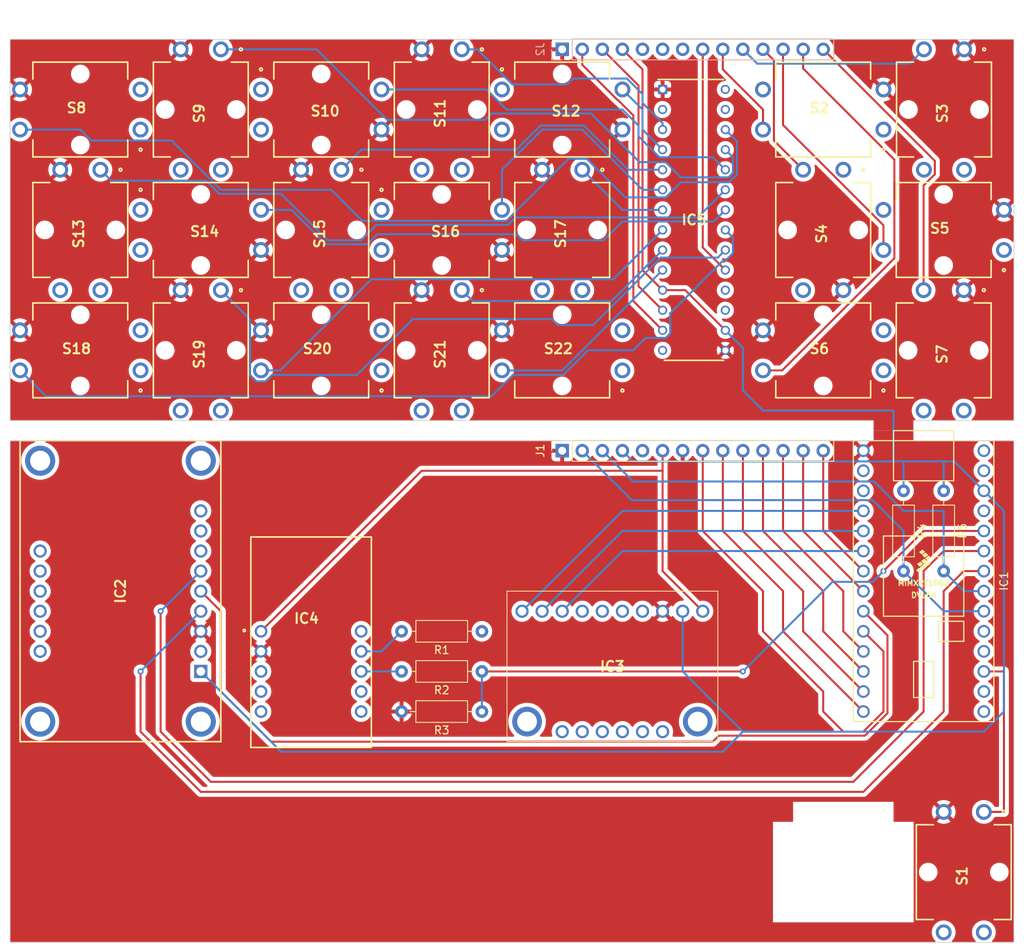
<source format=kicad_pcb>
(kicad_pcb (version 20221018) (generator pcbnew)
  (title_block (title "HapSynth") (date "2023-03-27") (rev "1.0") (comment 3 "Licence: MIT") (comment 4 "Author: Ville Helppolainen"))
  (layers (0 "F.Cu" signal) (31 "B.Cu" signal) (34 "B.Paste" user) (35 "F.Paste" user) (36 "B.SilkS" user "B.Silkscreen") (37 "F.SilkS" user "F.Silkscreen") (38 "B.Mask" user) (39 "F.Mask" user) (44 "Edge.Cuts" user))
  (net 0 "")
  (net 1 "VCC")
  (net 2 "GND")
  (net 5 "+BATT")
  (net 6 "/Sheetname: User Interface/SCL")
  (net 7 "/Sheetname: User Interface/SDA")
  (net 8 "/Sheetname: User Interface/INT")
  (net 12 "/Sheetname: User Interface/BTN1")
  (net 14 "/Sheetname: User Interface/BTN2")
  (net 16 "/Sheetname: User Interface/BTN3")
  (net 19 "/Sheetname: User Interface/BTN4")
  (net 21 "/Sheetname: User Interface/BTN5")
  (net 24 "/Sheetname: User Interface/BTN6")
  (net 56 "Net-(R1-Pad1)")
  (net 58 "/Sheetname: User Interface/NC1")
  (net 59 "/Sheetname: User Interface/NC2")
  (net 60 "/Sheetname: User Interface/NC3")
  (net 66 "Net-(IC1-2_OUT2)")
  (net 67 "Net-(IC1-3_LRCLK2)")
  (net 68 "Net-(IC1-4_BCLK2)")
  (net 69 "Net-(IC1-5_IN2)")
  (net 70 "Net-(IC1-6_OUT1D)")
  (net 71 "Net-(IC1-7_RX2_OUT1A)")
  (net 72 "Net-(IC1-8_TX2_IN1)")
  (net 73 "Net-(IC1-9_OUT1C)")
  (net 74 "Net-(IC1-10_CS_MQSR)")
  (net 75 "Net-(IC1-11_MOSI_CTX1)")
  (net 76 "Net-(IC1-12_MISO_MQSL)")
  (net 78 "Net-(IC1-14_A0_TX3_SPDIF_OUT)")
  (net 79 "Net-(IC1-15_A1_RX3_SPDIF_IN)")
  (net 82 "Net-(IC1-18_A4_SDA0)")
  (net 83 "Net-(IC1-19_A5_SCL0)")
  (net 84 "Net-(IC1-20_A6_TX5_LRCLK1)")
  (net 85 "Net-(IC1-21_A7_RX5_BCLK1)")
  (net 86 "Net-(IC1-22_A8_CTX1)")
  (net 110 "Net-(IC3-MOTORA_1)")
  (net 111 "Net-(IC3-MOTORA_2)")
  (net 119 "Net-(IC4-#1)")
  (net 120 "Net-(IC4-'0)")
  (net 123 "Net-(IC5-GPB0)")
  (net 124 "Net-(IC5-GPB1)")
  (net 125 "Net-(IC5-GPB2)")
  (net 126 "Net-(IC5-GPB3)")
  (net 127 "Net-(IC5-GPB4)")
  (net 128 "Net-(IC5-GPB5)")
  (net 129 "Net-(IC5-GPB6)")
  (net 130 "Net-(IC5-GPB7)")
  (net 134 "Net-(IC5-GPA0)")
  (net 135 "Net-(IC5-GPA1)")
  (net 136 "Net-(IC5-GPA2)")
  (net 137 "Net-(IC5-GPA3)")
  (net 138 "Net-(IC5-GPA4)")
  (net 139 "Net-(IC5-GPA5)")
  (net 140 "Net-(IC5-GPA6)")
  (footprint "Connector_PinSocket_2.54mm:PinSocket_1x14_P2.54mm_Vertical" (layer "F.Cu") (at 85.09 67.31 90)
    (fp_text reference "J1")
    (fp_text value "Conn_01x14_Socket")
  )
  (footprint "SamacSys_Parts:B3F-4055-bent" (layer "F.Cu") (at 69.85 24.13 90)
    (fp_text reference "S11")
    (fp_text value "B3F-4055" hide)
  )
  (footprint "SamacSys_Parts:B3F-4055-bent" (layer "F.Cu") (at 133.39 24.13 90)
    (fp_text reference "S3")
    (fp_text value "B3F-4055" hide)
  )
  (footprint "SamacSys_Parts:B3F-4055-bent" (layer "F.Cu") (at 135.89 120.65 90)
    (fp_text reference "S1")
    (fp_text value "B3F-4055" hide)
  )
  (footprint "SamacSys_Parts:B3F-4055-bent" (layer "F.Cu") (at 133.35 54.61 90)
    (fp_text reference "S7")
    (fp_text value "B3F-4055" hide)
  )
  (footprint "SamacSys_Parts:B3F-4055-bent" (layer "F.Cu") (at 54.61 39.37 90)
    (fp_text reference "S15")
    (fp_text value "B3F-4055" hide)
  )
  (footprint "SamacSys_Parts:B3F-4055-bent" (layer "F.Cu") (at 39.37 24.13 90)
    (fp_text reference "S9")
    (fp_text value "B3F-4055" hide)
  )
  (footprint "Resistor_THT:R_Axial_DIN0207_L6.3mm_D2.5mm_P10.16mm_Horizontal" (layer "F.Cu") (at 133.35 72.39 -90)
    (fp_text reference "R5")
    (fp_text value "1K")
  )
  (footprint "Resistor_THT:R_Axial_DIN0207_L6.3mm_D2.5mm_P10.16mm_Horizontal" (layer "F.Cu") (at 128.27 72.39 -90)
    (fp_text reference "R4")
    (fp_text value "1K")
  )
  (footprint "SamacSys_Parts:B3F-4055-bent" (layer "F.Cu") (at 85.09 24.13 180)
    (fp_text reference "S12")
    (fp_text value "B3F-4055" hide)
  )
  (footprint "SamacSys_Parts:1501" (layer "F.Cu") (at 53.325 78.23)
    (fp_text reference "IC4")
    (fp_text value "1501" hide)
  )
  (footprint "SamacSys_Parts:B3F-4055-bent" (layer "F.Cu") (at 54.61 24.13 180)
    (fp_text reference "S10")
    (fp_text value "B3F-4055" hide)
  )
  (footprint "Resistor_THT:R_Axial_DIN0207_L6.3mm_D2.5mm_P10.16mm_Horizontal" (layer "F.Cu") (at 74.93 90.17 180)
    (fp_text reference "R1")
    (fp_text value "1M")
  )
  (footprint "SamacSys_Parts:B3F-4055-bent" (layer "F.Cu") (at 85.09 54.61)
    (fp_text reference "S22")
    (fp_text value "B3F-4055" hide)
  )
  (footprint "SamacSys_Parts:B3F-4055-bent" (layer "F.Cu") (at 85.09 39.37 90)
    (fp_text reference "S17")
    (fp_text value "B3F-4055" hide)
  )
  (footprint "SamacSys_Parts:B3F-4055-bent" (layer "F.Cu") (at 39.37 39.37 180)
    (fp_text reference "S14")
    (fp_text value "B3F-4055" hide)
  )
  (footprint "SamacSys_Parts:3678" (layer "F.Cu") (at 39.37 95.25 90)
    (fp_text reference "IC2")
    (fp_text value "3678" hide)
  )
  (footprint "SamacSys_Parts:B3F-4055-bent" (layer "F.Cu") (at 133.35 39.37)
    (fp_text reference "S5")
    (fp_text value "B3F-4055" hide)
  )
  (footprint "Resistor_THT:R_Axial_DIN0207_L6.3mm_D2.5mm_P10.16mm_Horizontal" (layer "F.Cu") (at 74.93 100.33 180)
    (fp_text reference "R3")
    (fp_text value "1.5K")
  )
  (footprint "SamacSys_Parts:B3F-4055-bent" (layer "F.Cu") (at 118.11 24.13)
    (fp_text reference "S2")
    (fp_text value "B3F-4055" hide)
  )
  (footprint "SamacSys_Parts:B3F-4055-bent" (layer "F.Cu") (at 24.13 24.13)
    (fp_text reference "S8")
    (fp_text value "B3F-4055" hide)
  )
  (footprint "SamacSys_Parts:B3F-4055-bent" (layer "F.Cu") (at 118.11 39.37 90)
    (fp_text reference "S4")
    (fp_text value "B3F-4055" hide)
  )
  (footprint "Resistor_THT:R_Axial_DIN0207_L6.3mm_D2.5mm_P10.16mm_Horizontal" (layer "F.Cu") (at 74.93 95.25 180)
    (fp_text reference "R2")
    (fp_text value "1K")
  )
  (footprint "teensy:Teensy40-simple" (layer "F.Cu") (at 130.81 83.82 -90)
    (fp_text reference "IC1")
    (fp_text value "4323")
  )
  (footprint "SamacSys_Parts:B3F-4055-bent" (layer "F.Cu") (at 69.85 54.61 90)
    (fp_text reference "S21")
    (fp_text value "B3F-4055" hide)
  )
  (footprint "SamacSys_Parts:2448" (layer "F.Cu") (at 102.87 87.63 180)
    (fp_text reference "IC3")
    (fp_text value "2448" hide)
  )
  (footprint "SamacSys_Parts:B3F-4055-bent" (layer "F.Cu") (at 24.13 54.61)
    (fp_text reference "S18")
    (fp_text value "B3F-4055" hide)
  )
  (footprint "SamacSys_Parts:DIP794W56P254L3486H508Q28N" (layer "F.Cu") (at 101.759 38.1)
    (fp_text reference "IC5")
    (fp_text value "MCP23018-E_SP" hide)
  )
  (footprint "SamacSys_Parts:B3F-4055-bent" (layer "F.Cu") (at 24.13 39.37 90)
    (fp_text reference "S13")
    (fp_text value "B3F-4055" hide)
  )
  (footprint "SamacSys_Parts:B3F-4055-bent" (layer "F.Cu") (at 118.11 54.61)
    (fp_text reference "S6")
    (fp_text value "B3F-4055" hide)
  )
  (footprint "SamacSys_Parts:B3F-4055-bent" (layer "F.Cu") (at 39.37 54.61 90)
    (fp_text reference "S19")
    (fp_text value "B3F-4055" hide)
  )
  (footprint "SamacSys_Parts:B3F-4055-bent" (layer "F.Cu") (at 69.85 39.37 180)
    (fp_text reference "S16")
    (fp_text value "B3F-4055" hide)
  )
  (footprint "SamacSys_Parts:B3F-4055-bent" (layer "F.Cu") (at 54.61 54.61)
    (fp_text reference "S20")
    (fp_text value "B3F-4055" hide)
  )
  (footprint "Connector_PinSocket_2.54mm:PinSocket_1x14_P2.54mm_Vertical" (layer "B.Cu") (at 85.09 16.51 -90)
    (fp_text reference "J2")
    (fp_text value "Conn_01x14_Pin")
  )
  (gr_line (start 127 114.3) (end 129.54 114.3) (stroke (width 0.0254)) (layer "Edge.Cuts"))
  (gr_line (start 114.3 111.76) (end 127 111.76) (stroke (width 0.0254)) (layer "Edge.Cuts"))
  (gr_line (start 111.76 127) (end 111.76 114.3) (stroke (width 0.0254)) (layer "Edge.Cuts"))
  (gr_line (start 129.54 114.3) (end 129.54 127) (stroke (width 0.0254)) (layer "Edge.Cuts"))
  (gr_poly (pts (xy 124.46 63.5) (xy 15.24 63.5) (xy 15.24 15.24) (xy 142.24 15.24) (xy 142.24 63.5) (xy 129.54 63.5) (xy 129.54 66.04) (xy 142.24 66.04) (xy 142.24 129.54) (xy 15.24 129.54) (xy 15.24 66.04) (xy 124.46 66.04)) (stroke (width 0.1)) (fill none) (layer "Edge.Cuts"))
  (gr_line (start 114.3 114.3) (end 114.3 111.76) (stroke (width 0.0254)) (layer "Edge.Cuts"))
  (gr_line (start 127 111.76) (end 127 114.3) (stroke (width 0.0254)) (layer "Edge.Cuts"))
  (gr_line (start 111.76 114.3) (end 114.3 114.3) (stroke (width 0.0254)) (layer "Edge.Cuts"))
  (gr_line (start 129.54 127) (end 111.76 127) (stroke (width 0.0254)) (layer "Edge.Cuts"))
  (segment (start 95.25 44.45) (end 95.25 19.05) (width 0.254) (layer "F.Cu") (net 1))
  (segment (start 95.25 19.05) (end 92.71 16.51) (width 0.254) (layer "F.Cu") (net 1))
  (segment (start 97.79 46.99) (end 100.648 46.99) (width 0.254) (layer "F.Cu") (net 1))
  (segment (start 97.79 46.99) (end 95.25 44.45) (width 0.254) (layer "F.Cu") (net 1))
  (segment (start 100.648 46.99) (end 105.728 52.07) (width 0.254) (layer "F.Cu") (net 1))
  (segment (start 133.35 72.39) (end 133.35 68.669) (width 0.254) (layer "B.Cu") (net 1))
  (segment (start 39.37 95.25) (end 49.53 105.41) (width 0.254) (layer "B.Cu") (net 1))
  (segment (start 105.41 105.41) (end 107.95 102.87) (width 0.254) (layer "B.Cu") (net 1))
  (segment (start 127 68.669) (end 128.27 68.669) (width 0.254) (layer "B.Cu") (net 1))
  (segment (start 128.27 72.39) (end 128.27 68.669) (width 0.254) (layer "B.Cu") (net 1))
  (segment (start 92.71 67.31) (end 94.069 68.669) (width 0.254) (layer "B.Cu") (net 1))
  (segment (start 127 62.23) (end 110.49 62.23) (width 0.254) (layer "B.Cu") (net 1))
  (segment (start 128.27 68.669) (end 133.35 68.669) (width 0.254) (layer "B.Cu") (net 1))
  (segment (start 138.43 72.39) (end 140.97 74.93) (width 0.254) (layer "B.Cu") (net 1))
  (segment (start 107.95 102.87) (end 100.33 95.25) (width 0.254) (layer "B.Cu") (net 1))
  (segment (start 133.35 68.669) (end 134.709 68.669) (width 0.254) (layer "B.Cu") (net 1))
  (segment (start 110.49 62.23) (end 107.95 59.69) (width 0.254) (layer "B.Cu") (net 1))
  (segment (start 94.069 68.669) (end 127 68.669) (width 0.254) (layer "B.Cu") (net 1))
  (segment (start 140.97 100.33) (end 138.43 102.87) (width 0.254) (layer "B.Cu") (net 1))
  (segment (start 107.95 54.292) (end 105.728 52.07) (width 0.254) (layer "B.Cu") (net 1))
  (segment (start 49.53 105.41) (end 105.41 105.41) (width 0.254) (layer "B.Cu") (net 1))
  (segment (start 140.97 74.93) (end 140.97 100.33) (width 0.254) (layer "B.Cu") (net 1))
  (segment (start 107.95 59.69) (end 107.95 54.292) (width 0.254) (layer "B.Cu") (net 1))
  (segment (start 127 68.669) (end 127 62.23) (width 0.254) (layer "B.Cu") (net 1))
  (segment (start 134.709 68.669) (end 138.43 72.39) (width 0.254) (layer "B.Cu") (net 1))
  (segment (start 100.33 95.25) (end 100.33 87.63) (width 0.254) (layer "B.Cu") (net 1))
  (segment (start 138.43 102.87) (end 107.95 102.87) (width 0.254) (layer "B.Cu") (net 1))
  (segment (start 100.33 67.31) (end 100.33 69.85) (width 0.254) (layer "F.Cu") (net 2))
  (segment (start 67.31 69.85) (end 46.99 90.17) (width 0.254) (layer "F.Cu") (net 5))
  (segment (start 97.79 82.55) (end 97.79 69.85) (width 0.254) (layer "F.Cu") (net 5))
  (segment (start 97.79 69.85) (end 67.31 69.85) (width 0.254) (layer "F.Cu") (net 5))
  (segment (start 97.79 69.85) (end 97.79 67.31) (width 0.254) (layer "F.Cu") (net 5))
  (segment (start 102.87 87.63) (end 97.79 82.55) (width 0.254) (layer "F.Cu") (net 5))
  (segment (start 94.742 46.482) (end 94.742 21.082) (width 0.254) (layer "F.Cu") (net 6))
  (segment (start 94.742 21.082) (end 90.17 16.51) (width 0.254) (layer "F.Cu") (net 6))
  (segment (start 97.79 49.53) (end 94.742 46.482) (width 0.254) (layer "F.Cu") (net 6))
  (segment (start 92.186 22.971) (end 92.137971 22.971) (width 0.254) (layer "F.Cu") (net 7))
  (segment (start 94.091 24.876) (end 92.186 22.971) (width 0.254) (layer "F.Cu") (net 7))
  (segment (start 92.137971 22.971) (end 87.63 18.463029) (width 0.254) (layer "F.Cu") (net 7))
  (segment (start 87.63 18.463029) (end 87.63 16.51) (width 0.254) (layer "F.Cu") (net 7))
  (segment (start 97.79 52.07) (end 94.091 48.371) (width 0.254) (layer "F.Cu") (net 7))
  (segment (start 94.091 48.371) (end 94.091 24.876) (width 0.254) (layer "F.Cu") (net 7))
  (segment (start 102.87 41.592) (end 105.728 44.45) (width 0.254) (layer "F.Cu") (net 8))
  (segment (start 102.87 16.51) (end 102.87 41.592) (width 0.254) (layer "F.Cu") (net 8))
  (segment (start 105.41 19.05) (end 105.41 16.51) (width 0.254) (layer "F.Cu") (net 12))
  (segment (start 110.49 24.13) (end 105.41 19.05) (width 0.254) (layer "F.Cu") (net 12))
  (segment (start 110.49 26.67) (end 110.49 24.13) (width 0.254) (layer "F.Cu") (net 12))
  (segment (start 107.95 16.51) (end 109.764 18.324) (width 0.254) (layer "B.Cu") (net 14))
  (segment (start 109.764 18.324) (end 129.036 18.324) (width 0.254) (layer "B.Cu") (net 14))
  (segment (start 129.036 18.324) (end 130.85 16.51) (width 0.254) (layer "B.Cu") (net 14))
  (segment (start 110.49 16.51) (end 111.871 17.891) (width 0.254) (layer "F.Cu") (net 16))
  (segment (start 111.871 17.891) (end 111.871 28.051) (width 0.254) (layer "F.Cu") (net 16))
  (segment (start 111.871 28.051) (end 115.57 31.75) (width 0.254) (layer "F.Cu") (net 16))
  (segment (start 125.73 38.783029) (end 125.73 41.91) (width 0.254) (layer "F.Cu") (net 19))
  (segment (start 113.03 16.51) (end 113.03 26.083029) (width 0.254) (layer "F.Cu") (net 19))
  (segment (start 113.03 26.083029) (end 125.73 38.783029) (width 0.254) (layer "F.Cu") (net 19))
  (segment (start 127.111 42.955963) (end 112.916963 57.15) (width 0.254) (layer "F.Cu") (net 21))
  (segment (start 127.111 30.477963) (end 127.111 42.955963) (width 0.254) (layer "F.Cu") (net 21))
  (segment (start 112.916963 57.15) (end 110.49 57.15) (width 0.254) (layer "F.Cu") (net 21))
  (segment (start 115.57 16.51) (end 115.57 18.936963) (width 0.254) (layer "F.Cu") (net 21))
  (segment (start 115.57 18.936963) (end 127.111 30.477963) (width 0.254) (layer "F.Cu") (net 21))
  (segment (start 132.231 30.631) (end 132.231 32.322029) (width 0.254) (layer "F.Cu") (net 24))
  (segment (start 132.231 32.322029) (end 130.81 33.743029) (width 0.254) (layer "F.Cu") (net 24))
  (segment (start 130.81 33.743029) (end 130.81 46.99) (width 0.254) (layer "F.Cu") (net 24))
  (segment (start 118.11 16.51) (end 132.231 30.631) (width 0.254) (layer "F.Cu") (net 24))
  (segment (start 80.01 87.63) (end 92.71 74.93) (width 0.254) (layer "B.Cu") (net 66))
  (segment (start 92.71 74.93) (end 123.19 74.93) (width 0.254) (layer "B.Cu") (net 66))
  (segment (start 92.71 77.47) (end 82.55 87.63) (width 0.254) (layer "B.Cu") (net 67))
  (segment (start 123.19 77.47) (end 92.71 77.47) (width 0.254) (layer "B.Cu") (net 67))
  (segment (start 85.09 87.63) (end 92.71 80.01) (width 0.254) (layer "B.Cu") (net 68))
  (segment (start 92.71 80.01) (end 123.19 80.01) (width 0.254) (layer "B.Cu") (net 68))
  (segment (start 118.11 77.47) (end 123.19 82.55) (width 0.254) (layer "F.Cu") (net 69))
  (segment (start 118.11 67.31) (end 118.11 77.47) (width 0.254) (layer "F.Cu") (net 69))
  (segment (start 123.19 85.09) (end 115.57 77.47) (width 0.254) (layer "F.Cu") (net 70))
  (segment (start 115.57 77.47) (end 115.57 67.31) (width 0.254) (layer "F.Cu") (net 70))
  (segment (start 126.237999 90.677999) (end 126.237999 100.540421) (width 0.254) (layer "F.Cu") (net 71))
  (segment (start 126.237999 100.540421) (end 123.40042 103.378) (width 0.254) (layer "F.Cu") (net 71))
  (segment (start 123.19 87.63) (end 126.237999 90.677999) (width 0.254) (layer "F.Cu") (net 71))
  (segment (start 41.91 87.63) (end 39.37 85.09) (width 0.254) (layer "F.Cu") (net 71))
  (segment (start 41.91 97.79) (end 41.91 87.63) (width 0.254) (layer "F.Cu") (net 71))
  (segment (start 123.40042 103.378) (end 104.902001 103.377999) (width 0.254) (layer "F.Cu") (net 71))
  (segment (start 104.14 104.14) (end 48.26 104.14) (width 0.254) (layer "F.Cu") (net 71))
  (segment (start 48.26 104.14) (end 41.91 97.79) (width 0.254) (layer "F.Cu") (net 71))
  (segment (start 104.902001 103.377999) (end 104.14 104.14) (width 0.254) (layer "F.Cu") (net 71))
  (segment (start 110.49 85.09) (end 102.87 77.47) (width 0.254) (layer "F.Cu") (net 72))
  (segment (start 123.19 102.87) (end 120.65 102.87) (width 0.254) (layer "F.Cu") (net 72))
  (segment (start 110.49 90.17) (end 110.49 85.09) (width 0.254) (layer "F.Cu") (net 72))
  (segment (start 125.73 92.71) (end 125.73 100.33) (width 0.254) (layer "F.Cu") (net 72))
  (segment (start 118.11 100.33) (end 118.11 97.79) (width 0.254) (layer "F.Cu") (net 72))
  (segment (start 120.65 102.87) (end 118.11 100.33) (width 0.254) (layer "F.Cu") (net 72))
  (segment (start 125.73 100.33) (end 123.19 102.87) (width 0.254) (layer "F.Cu") (net 72))
  (segment (start 123.19 90.17) (end 125.73 92.71) (width 0.254) (layer "F.Cu") (net 72))
  (segment (start 118.11 97.79) (end 110.49 90.17) (width 0.254) (layer "F.Cu") (net 72))
  (segment (start 102.87 77.47) (end 102.87 67.31) (width 0.254) (layer "F.Cu") (net 72))
  (segment (start 123.19 92.71) (end 120.65 90.17) (width 0.254) (layer "F.Cu") (net 73))
  (segment (start 113.03 77.47) (end 113.03 67.31) (width 0.254) (layer "F.Cu") (net 73))
  (segment (start 120.65 85.09) (end 113.03 77.47) (width 0.254) (layer "F.Cu") (net 73))
  (segment (start 120.65 90.17) (end 120.65 85.09) (width 0.254) (layer "F.Cu") (net 73))
  (segment (start 118.11 90.17) (end 118.11 85.09) (width 0.254) (layer "F.Cu") (net 74))
  (segment (start 123.19 95.25) (end 118.11 90.17) (width 0.254) (layer "F.Cu") (net 74))
  (segment (start 110.49 77.47) (end 110.49 67.31) (width 0.254) (layer "F.Cu") (net 74))
  (segment (start 118.11 85.09) (end 110.49 77.47) (width 0.254) (layer "F.Cu") (net 74))
  (segment (start 107.95 77.47) (end 107.95 67.31) (width 0.254) (layer "F.Cu") (net 75))
  (segment (start 115.57 85.09) (end 107.95 77.47) (width 0.254) (layer "F.Cu") (net 75))
  (segment (start 115.57 90.17) (end 115.57 85.09) (width 0.254) (layer "F.Cu") (net 75))
  (segment (start 123.19 97.79) (end 115.57 90.17) (width 0.254) (layer "F.Cu") (net 75))
  (segment (start 113.03 85.09) (end 105.41 77.47) (width 0.254) (layer "F.Cu") (net 76))
  (segment (start 123.19 100.33) (end 113.03 90.17) (width 0.254) (layer "F.Cu") (net 76))
  (segment (start 105.41 77.47) (end 105.41 67.31) (width 0.254) (layer "F.Cu") (net 76))
  (segment (start 113.03 90.17) (end 113.03 85.09) (width 0.254) (layer "F.Cu") (net 76))
  (segment (start 138.43 113.03) (end 140.97 113.03) (width 0.254) (layer "F.Cu") (net 79))
  (segment (start 140.97 95.25) (end 138.43 95.25) (width 0.254) (layer "F.Cu") (net 79))
  (segment (start 140.97 113.03) (end 140.97 95.25) (width 0.254) (layer "F.Cu") (net 79))
  (segment (start 128.27 77.47) (end 128.27 82.55) (width 0.254) (layer "B.Cu") (net 82))
  (segment (start 87.63 67.31) (end 93.891 73.571) (width 0.254) (layer "B.Cu") (net 82))
  (segment (start 93.891 73.571) (end 124.371 73.571) (width 0.254) (layer "B.Cu") (net 82))
  (segment (start 138.43 87.63) (end 133.35 87.63) (width 0.254) (layer "B.Cu") (net 82))
  (segment (start 124.371 73.571) (end 128.27 77.47) (width 0.254) (layer "B.Cu") (net 82))
  (segment (start 133.35 87.63) (end 128.27 82.55) (width 0.254) (layer "B.Cu") (net 82))
  (segment (start 128.27 74.93) (end 133.35 74.93) (width 0.254) (layer "B.Cu") (net 83))
  (segment (start 90.17 67.31) (end 94.069 71.209) (width 0.254) (layer "B.Cu") (net 83))
  (segment (start 124.549 71.209) (end 128.27 74.93) (width 0.254) (layer "B.Cu") (net 83))
  (segment (start 135.89 85.09) (end 133.35 82.55) (width 0.254) (layer "B.Cu") (net 83))
  (segment (start 133.35 74.93) (end 133.35 82.55) (width 0.254) (layer "B.Cu") (net 83))
  (segment (start 94.069 71.209) (end 124.549 71.209) (width 0.254) (layer "B.Cu") (net 83))
  (segment (start 138.43 85.09) (end 135.89 85.09) (width 0.254) (layer "B.Cu") (net 83))
  (segment (start 123.19 110.49) (end 133.35 100.33) (width 0.254) (layer "F.Cu") (net 84))
  (segment (start 135.89 82.55) (end 138.43 82.55) (width 0.254) (layer "F.Cu") (net 84))
  (segment (start 133.35 100.33) (end 133.35 85.09) (width 0.254) (layer "F.Cu") (net 84))
  (segment (start 31.75 95.25) (end 31.75 102.87) (width 0.254) (layer "F.Cu") (net 84))
  (segment (start 133.35 85.09) (end 135.89 82.55) (width 0.254) (layer "F.Cu") (net 84))
  (segment (start 39.37 110.49) (end 123.19 110.49) (width 0.254) (layer "F.Cu") (net 84))
  (segment (start 31.75 102.87) (end 39.37 110.49) (width 0.254) (layer "F.Cu") (net 84))
  (via (at 31.75 95.25) (size 0.762) (drill 0.381) (layers "F.Cu" "B.Cu") (net 84))
  (segment (start 39.37 87.63) (end 31.75 95.25) (width 0.254) (layer "B.Cu") (net 84))
  (segment (start 133.35 80.01) (end 138.43 80.01) (width 0.254) (layer "F.Cu") (net 85))
  (segment (start 121.92 109.22) (end 130.81 100.33) (width 0.254) (layer "F.Cu") (net 85))
  (segment (start 130.81 82.55) (end 133.35 80.01) (width 0.254) (layer "F.Cu") (net 85))
  (segment (start 34.29 87.63) (end 34.29 102.87) (width 0.254) (layer "F.Cu") (net 85))
  (segment (start 130.81 100.33) (end 130.81 82.55) (width 0.254) (layer "F.Cu") (net 85))
  (segment (start 40.64 109.22) (end 121.92 109.22) (width 0.254) (layer "F.Cu") (net 85))
  (segment (start 34.29 102.87) (end 40.64 109.22) (width 0.254) (layer "F.Cu") (net 85))
  (via (at 34.29 87.63) (size 0.762) (drill 0.381) (layers "F.Cu" "B.Cu") (net 85))
  (segment (start 34.29 87.63) (end 39.37 82.55) (width 0.254) (layer "B.Cu") (net 85))
  (segment (start 74.93 95.25) (end 107.95 95.25) (width 0.254) (layer "F.Cu") (net 86))
  (segment (start 125.73 82.55) (end 130.81 77.47) (width 0.254) (layer "F.Cu") (net 86))
  (segment (start 130.81 77.47) (end 138.43 77.47) (width 0.254) (layer "F.Cu") (net 86))
  (via (at 107.95 95.25) (size 0.762) (drill 0.381) (layers "F.Cu" "B.Cu") (net 86))
  (via (at 125.73 82.55) (size 0.762) (drill 0.381) (layers "F.Cu" "B.Cu") (net 86))
  (segment (start 124.371 83.909) (end 119.291 83.909) (width 0.254) (layer "B.Cu") (net 86))
  (segment (start 119.291 83.909) (end 107.95 95.25) (width 0.254) (layer "B.Cu") (net 86))
  (segment (start 125.73 82.55) (end 124.371 83.909) (width 0.254) (layer "B.Cu") (net 86))
  (segment (start 74.93 95.25) (end 74.93 100.33) (width 0.254) (layer "B.Cu") (net 86))
  (segment (start 59.66 95.25) (end 64.77 95.25) (width 0.254) (layer "B.Cu") (net 119))
  (segment (start 62.23 92.71) (end 64.77 90.17) (width 0.254) (layer "B.Cu") (net 120))
  (segment (start 59.66 92.71) (end 62.23 92.71) (width 0.254) (layer "B.Cu") (net 120))
  (segment (start 85.744 20.936) (end 78.769029 20.936) (width 0.254) (layer "B.Cu") (net 123))
  (segment (start 97.79 26.67) (end 97.79 25.850464) (width 0.254) (layer "B.Cu") (net 123))
  (segment (start 86.471 20.209) (end 85.744 20.936) (width 0.254) (layer "B.Cu") (net 123))
  (segment (start 95.25 22.176971) (end 93.282029 20.209) (width 0.254) (layer "B.Cu") (net 123))
  (segment (start 74.343029 16.51) (end 72.39 16.51) (width 0.254) (layer "B.Cu") (net 123))
  (segment (start 93.282029 20.209) (end 86.471 20.209) (width 0.254) (layer "B.Cu") (net 123))
  (segment (start 78.769029 20.936) (end 74.343029 16.51) (width 0.254) (layer "B.Cu") (net 123))
  (segment (start 95.25 23.310464) (end 95.25 22.176971) (width 0.254) (layer "B.Cu") (net 123))
  (segment (start 97.79 25.850464) (end 95.25 23.310464) (width 0.254) (layer "B.Cu") (net 123))
  (segment (start 95.25 24.13) (end 95.25 26.67) (width 0.254) (layer "B.Cu") (net 124))
  (segment (start 92.71 21.59) (end 95.25 24.13) (width 0.254) (layer "B.Cu") (net 124))
  (segment (start 95.25 26.67) (end 97.79 29.21) (width 0.254) (layer "B.Cu") (net 124))
  (segment (start 97.79 31.75) (end 93.42842 31.75) (width 0.254) (layer "B.Cu") (net 125))
  (segment (start 79.29158 29.21) (end 59.69 29.21) (width 0.254) (layer "B.Cu") (net 125))
  (segment (start 93.42842 31.75) (end 87.84042 26.162) (width 0.254) (layer "B.Cu") (net 125))
  (segment (start 82.339579 26.162001) (end 79.29158 29.21) (width 0.254) (layer "B.Cu") (net 125))
  (segment (start 87.84042 26.162) (end 82.339579 26.162001) (width 0.254) (layer "B.Cu") (net 125))
  (segment (start 59.69 29.21) (end 57.15 31.75) (width 0.254) (layer "B.Cu") (net 125))
  (segment (start 77.47 31.75) (end 77.47 36.83) (width 0.254) (layer "B.Cu") (net 126))
  (segment (start 82.55 26.67) (end 77.47 31.75) (width 0.254) (layer "B.Cu") (net 126))
  (segment (start 87.63 26.67) (end 82.55 26.67) (width 0.254) (layer "B.Cu") (net 126))
  (segment (start 95.25 34.29) (end 87.63 26.67) (width 0.254) (layer "B.Cu") (net 126))
  (segment (start 97.79 34.29) (end 95.25 34.29) (width 0.254) (layer "B.Cu") (net 126))
  (segment (start 92.71 36.83) (end 87.63 31.75) (width 0.254) (layer "B.Cu") (net 127))
  (segment (start 97.79 36.83) (end 92.71 36.83) (width 0.254) (layer "B.Cu") (net 127))
  (segment (start 97.79 39.37) (end 91.551 45.609) (width 0.254) (layer "B.Cu") (net 128))
  (segment (start 49.416963 57.15) (end 46.99 57.15) (width 0.254) (layer "B.Cu") (net 128))
  (segment (start 91.551 45.609) (end 60.957963 45.609) (width 0.254) (layer "B.Cu") (net 128))
  (segment (start 60.957963 45.609) (end 49.416963 57.15) (width 0.254) (layer "B.Cu") (net 128))
  (segment (start 97.79 41.91) (end 91.329 48.371) (width 0.254) (layer "B.Cu") (net 129))
  (segment (start 91.329 48.371) (end 73.771 48.371) (width 0.254) (layer "B.Cu") (net 129))
  (segment (start 73.771 48.371) (end 72.39 46.99) (width 0.254) (layer "B.Cu") (net 129))
  (segment (start 97.79 44.45) (end 85.09 57.15) (width 0.254) (layer "B.Cu") (net 130))
  (segment (start 85.09 57.15) (end 77.47 57.15) (width 0.254) (layer "B.Cu") (net 130))
  (segment (start 46.417971 58.531) (end 45.609 57.722029) (width 0.254) (layer "B.Cu") (net 134))
  (segment (start 105.728 41.91) (end 104.7675 42.8705) (width 0.254) (layer "B.Cu") (net 134))
  (segment (start 83.784 50.650963) (end 66.189037 50.650963) (width 0.254) (layer "B.Cu") (net 134))
  (segment (start 89.00242 51.416) (end 84.549037 51.416) (width 0.254) (layer "B.Cu") (net 134))
  (segment (start 66.189037 50.650963) (end 59.117971 57.722029) (width 0.254) (layer "B.Cu") (net 134))
  (segment (start 48.371 57.722029) (end 47.562029 58.531) (width 0.254) (layer "B.Cu") (net 134))
  (segment (start 104.7675 42.8705) (end 97.54792 42.8705) (width 0.254) (layer "B.Cu") (net 134))
  (segment (start 97.54792 42.8705) (end 89.00242 51.416) (width 0.254) (layer "B.Cu") (net 134))
  (segment (start 84.549037 51.416) (end 83.784 50.650963) (width 0.254) (layer "B.Cu") (net 134))
  (segment (start 45.609 57.722029) (end 45.609 50.689) (width 0.254) (layer "B.Cu") (net 134))
  (segment (start 59.117971 57.722029) (end 48.371 57.722029) (width 0.254) (layer "B.Cu") (net 134))
  (segment (start 45.609 50.689) (end 41.91 46.99) (width 0.254) (layer "B.Cu") (net 134))
  (segment (start 47.562029 58.531) (end 46.417971 58.531) (width 0.254) (layer "B.Cu") (net 134))
  (segment (start 98.7505 52.467853) (end 98.187853 53.0305) (width 0.254) (layer "B.Cu") (net 135))
  (segment (start 105.299853 43.3785) (end 98.7505 49.927853) (width 0.254) (layer "B.Cu") (net 135))
  (segment (start 19.776 60.416) (end 16.51 57.15) (width 0.254) (layer "B.Cu") (net 135))
  (segment (start 106.6885 40.3305) (end 106.6885 42.307853) (width 0.254) (layer "B.Cu") (net 135))
  (segment (start 98.7505 49.927853) (end 98.7505 52.467853) (width 0.254) (layer "B.Cu") (net 135))
  (segment (start 95.647853 53.0305) (end 94.068353 54.61) (width 0.254) (layer "B.Cu") (net 135))
  (segment (start 76.157029 60.416) (end 19.776 60.416) (width 0.254) (layer "B.Cu") (net 135))
  (segment (start 105.617853 43.3785) (end 105.299853 43.3785) (width 0.254) (layer "B.Cu") (net 135))
  (segment (start 78.851 57.722029) (end 76.157029 60.416) (width 0.254) (layer "B.Cu") (net 135))
  (segment (start 105.728 39.37) (end 106.6885 40.3305) (width 0.254) (layer "B.Cu") (net 135))
  (segment (start 88.34842 54.61) (end 85.236391 57.722029) (width 0.254) (layer "B.Cu") (net 135))
  (segment (start 106.6885 42.307853) (end 105.617853 43.3785) (width 0.254) (layer "B.Cu") (net 135))
  (segment (start 98.187853 53.0305) (end 95.647853 53.0305) (width 0.254) (layer "B.Cu") (net 135))
  (segment (start 85.236391 57.722029) (end 78.851 57.722029) (width 0.254) (layer "B.Cu") (net 135))
  (segment (start 94.068353 54.61) (end 88.34842 54.61) (width 0.254) (layer "B.Cu") (net 135))
  (segment (start 50.843579 36.83) (end 55.197579 41.184) (width 0.254) (layer "B.Cu") (net 136))
  (segment (start 46.99 36.83) (end 50.843579 36.83) (width 0.254) (layer "B.Cu") (net 136))
  (segment (start 55.197579 41.184) (end 60.416 41.184) (width 0.254) (layer "B.Cu") (net 136))
  (segment (start 80.049037 40.676) (end 90.3325 40.676) (width 0.254) (layer "B.Cu") (net 136))
  (segment (start 60.416 41.184) (end 61.689037 39.910963) (width 0.254) (layer "B.Cu") (net 136))
  (segment (start 61.689037 39.910963) (end 79.284 39.910963) (width 0.254) (layer "B.Cu") (net 136))
  (segment (start 79.284 39.910963) (end 80.049037 40.676) (width 0.254) (layer "B.Cu") (net 136))
  (segment (start 104.2595 38.2985) (end 105.728 36.83) (width 0.254) (layer "B.Cu") (net 136))
  (segment (start 92.71 38.2985) (end 104.2595 38.2985) (width 0.254) (layer "B.Cu") (net 136))
  (segment (start 90.3325 40.676) (end 92.71 38.2985) (width 0.254) (layer "B.Cu") (net 136))
  (segment (start 78.252449 38.719) (end 61.607963 38.719) (width 0.254) (layer "B.Cu") (net 137))
  (segment (start 61.607963 38.719) (end 59.650963 40.676) (width 0.254) (layer "B.Cu") (net 137))
  (segment (start 49.529999 34.798) (end 41.699579 34.797999) (width 0.254) (layer "B.Cu") (net 137))
  (segment (start 41.699579 34.797999) (end 40.03258 33.131) (width 0.254) (layer "B.Cu") (net 137))
  (segment (start 55.407999 40.676) (end 49.529999 34.798) (width 0.254) (layer "B.Cu") (net 137))
  (segment (start 79.180949 37.7905) (end 78.252449 38.719) (width 0.254) (layer "B.Cu") (net 137))
  (segment (start 59.650963 40.676) (end 55.407999 40.676) (width 0.254) (layer "B.Cu") (net 137))
  (segment (start 40.03258 33.131) (end 28.051 33.131) (width 0.254) (layer "B.Cu") (net 137))
  (segment (start 105.728 34.29) (end 102.2275 37.7905) (width 0.254) (layer "B.Cu") (net 137))
  (segment (start 102.2275 37.7905) (end 79.180949 37.7905) (width 0.254) (layer "B.Cu") (net 137))
  (segment (start 28.051 33.131) (end 26.67 31.75) (width 0.254) (layer "B.Cu") (net 137))
  (segment (start 97.392147 30.1705) (end 104.1485 30.1705) (width 0.254) (layer "B.Cu") (net 138))
  (segment (start 92.71 24.13) (end 94.742 26.162) (width 0.254) (layer "B.Cu") (net 138))
  (segment (start 94.742 26.162) (end 94.742001 27.520354) (width 0.254) (layer "B.Cu") (net 138))
  (segment (start 78.056971 24.13) (end 92.71 24.13) (width 0.254) (layer "B.Cu") (net 138))
  (segment (start 94.742001 27.520354) (end 97.392147 30.1705) (width 0.254) (layer "B.Cu") (net 138))
  (segment (start 104.1485 30.1705) (end 105.728 31.75) (width 0.254) (layer "B.Cu") (net 138))
  (segment (start 62.23 21.59) (end 75.516971 21.59) (width 0.254) (layer "B.Cu") (net 138))
  (segment (start 75.516971 21.59) (end 78.056971 24.13) (width 0.254) (layer "B.Cu") (net 138))
  (segment (start 106.6885 32.147853) (end 106.125853 32.7105) (width 0.254) (layer "B.Cu") (net 139))
  (segment (start 54.023029 16.51) (end 41.91 16.51) (width 0.254) (layer "B.Cu") (net 139))
  (segment (start 88.724971 24.638) (end 76.164 24.638) (width 0.254) (layer "B.Cu") (net 139))
  (segment (start 62.949029 25.436) (end 54.023029 16.51) (width 0.254) (layer "B.Cu") (net 139))
  (segment (start 98.187853 30.7895) (end 94.876471 30.7895) (width 0.254) (layer "B.Cu") (net 139))
  (segment (start 100.108853 32.7105) (end 98.187853 30.7895) (width 0.254) (layer "B.Cu") (net 139))
  (segment (start 106.125853 32.7105) (end 100.108853 32.7105) (width 0.254) (layer "B.Cu") (net 139))
  (segment (start 106.6885 30.1705) (end 106.6885 32.147853) (width 0.254) (layer "B.Cu") (net 139))
  (segment (start 76.164 24.638) (end 75.366 25.436) (width 0.254) (layer "B.Cu") (net 139))
  (segment (start 75.366 25.436) (end 62.949029 25.436) (width 0.254) (layer "B.Cu") (net 139))
  (segment (start 94.876471 30.7895) (end 88.724971 24.638) (width 0.254) (layer "B.Cu") (net 139))
  (segment (start 105.728 29.21) (end 106.6885 30.1705) (width 0.254) (layer "B.Cu") (net 139))
  (segment (start 24.13 26.67) (end 16.51 26.67) (width 0.254) (layer "B.Cu") (net 140))
  (segment (start 105.728 26.67) (end 107.196499 28.138499) (width 0.254) (layer "B.Cu") (net 140))
  (segment (start 88.202029 30.369) (end 85.884029 30.369) (width 0.254) (layer "B.Cu") (net 140))
  (segment (start 35.671 28.051) (end 25.511 28.051) (width 0.254) (layer "B.Cu") (net 140))
  (segment (start 25.511 28.051) (end 24.13 26.67) (width 0.254) (layer "B.Cu") (net 140))
  (segment (start 41.91 34.29) (end 35.671 28.051) (width 0.254) (layer "B.Cu") (net 140))
  (segment (start 93.083529 35.2505) (end 88.202029 30.369) (width 0.254) (layer "B.Cu") (net 140))
  (segment (start 85.884029 30.369) (end 78.042029 38.211) (width 0.254) (layer "B.Cu") (net 140))
  (segment (start 78.042029 38.211) (end 59.797963 38.211) (width 0.254) (layer "B.Cu") (net 140))
  (segment (start 107.196499 28.138499) (end 107.196499 32.358274) (width 0.254) (layer "B.Cu") (net 140))
  (segment (start 55.876963 34.29) (end 41.91 34.29) (width 0.254) (layer "B.Cu") (net 140))
  (segment (start 107.196499 32.358274) (end 106.225273 33.3295) (width 0.254) (layer "B.Cu") (net 140))
  (segment (start 106.225273 33.3295) (end 100.108853 33.3295) (width 0.254) (layer "B.Cu") (net 140))
  (segment (start 59.797963 38.211) (end 55.876963 34.29) (width 0.254) (layer "B.Cu") (net 140))
  (segment (start 100.108853 33.3295) (end 98.187853 35.2505) (width 0.254) (layer "B.Cu") (net 140))
  (segment (start 98.187853 35.2505) (end 93.083529 35.2505) (width 0.254) (layer "B.Cu") (net 140))
  (zone (net 2) (net_name "GND") (layer "F.Cu") (priority 1) (connect_pads (clearance 0.5)) (min_thickness 0.25) (fill yes (thermal_gap 0.5) (thermal_bridge_width 0.5))
    (polygon (pts (xy 13.97 13.97) (xy 143.51 13.97) (xy 143.51 64.77) (xy 13.97 64.77)))
  )
  (zone (net 2) (net_name "GND") (layer "F.Cu") (connect_pads (clearance 0.5)) (min_thickness 0.25) (fill yes (thermal_gap 0.5) (thermal_bridge_width 0.5))
    (polygon (pts (xy 13.97 64.77) (xy 13.97 130.81) (xy 143.51 130.81) (xy 143.51 64.77)))
  )
)
</source>
